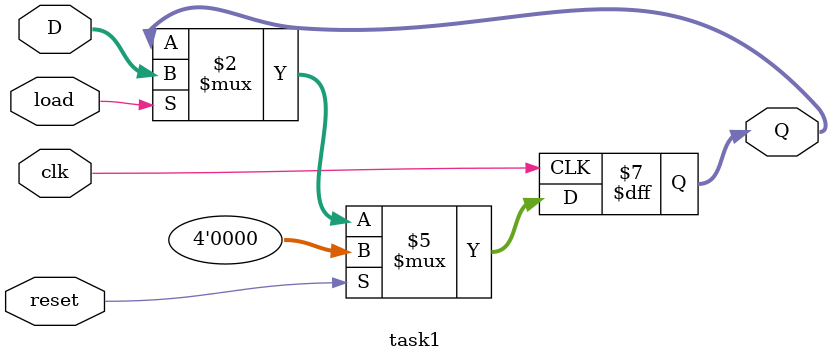
<source format=v>
`timescale 1ns / 1ps


module task1(
    input clk, load, reset,
    input [3:0] D,
    output reg [3:0] Q);
    always @(posedge clk)
        if (reset) Q <= 4'b0;
        else if (load) Q <= D;
endmodule

</source>
